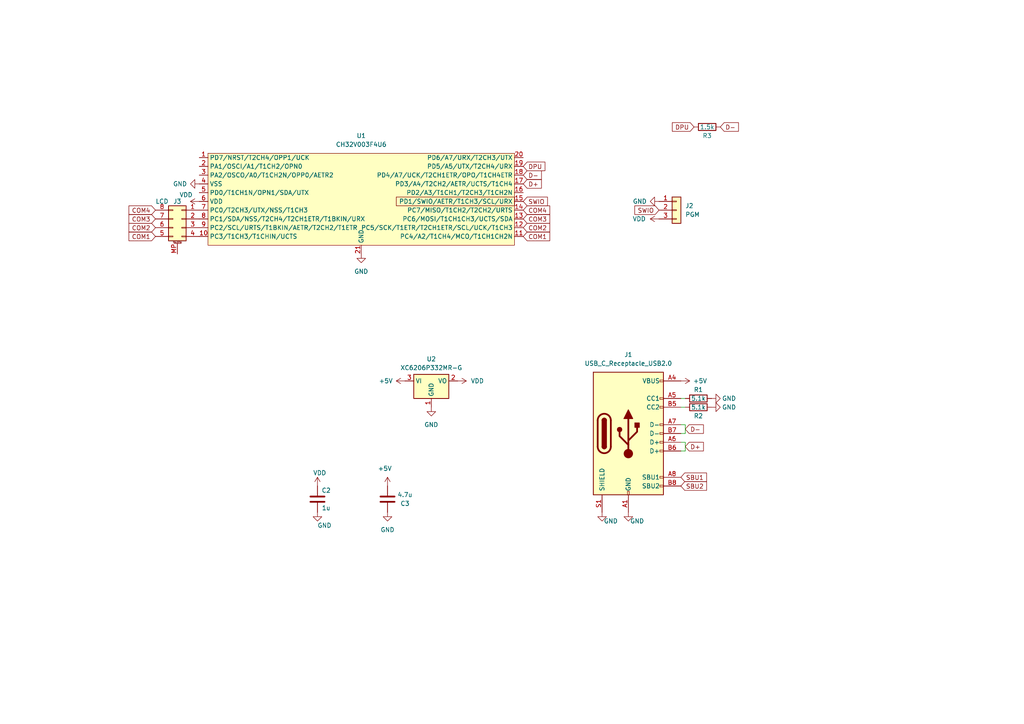
<source format=kicad_sch>
(kicad_sch (version 20230121) (generator eeschema)
  (paper "A4")
  (lib_symbols
    (symbol "CH32V003F4U6:CH32V003F4U6"
      (property "Reference" "U" (at 0 0 0))
      (property "Value" "CH32V003F4U6" (at 0 3.81 0))
      (symbol "CH32V003F4U6_0_1"
        (rectangle (start -44.45 12.7) (end 44.45 -13.97) (fill (type background)))
        (rectangle (start 10.16 0) (end 44.45 -2.54) (fill (type background)))
      )
      (symbol "CH32V003F4U6_1_1"
        (pin bidirectional line (at -46.99 11.43 0) (length 2.54) (name "PD7/NRST/T2CH4/OPP1/UCK") (number "1"))
        (pin bidirectional line (at -46.99 -11.43 0) (length 2.54) (name "PC3/T1CH3/T1CHIN/UCTS") (number "10"))
        (pin bidirectional line (at 46.99 -11.43 180) (length 2.54) (name "PC4/A2/T1CH4/MCO/T1CH1CH2N") (number "11"))
        (pin bidirectional line (at 46.99 -8.89 180) (length 2.54) (name "PC5/SCK/T1ETR/T2CH1ETR/SCL/UCK/T1CH3") (number "12"))
        (pin bidirectional line (at 46.99 -6.35 180) (length 2.54) (name "PC6/MOSI/T1CH1CH3/UCTS/SDA") (number "13"))
        (pin bidirectional line (at 46.99 -3.81 180) (length 2.54) (name "PC7/MISO/T1CH2/T2CH2/URTS") (number "14"))
        (pin bidirectional line (at 46.99 -1.27 180) (length 2.54) (name "PD1/SWIO/AETR/T1CH3/SCL/URX") (number "15"))
        (pin bidirectional line (at 46.99 1.27 180) (length 2.54) (name "PD2/A3/T1CH1/T2CH3/T1CH2N") (number "16"))
        (pin bidirectional line (at 46.99 3.81 180) (length 2.54) (name "PD3/A4/T2CH2/AETR/UCTS/T1CH4") (number "17"))
        (pin bidirectional line (at 46.99 6.35 180) (length 2.54) (name "PD4/A7/UCK/T2CH1ETR/OPO/T1CH4ETR") (number "18"))
        (pin bidirectional line (at 46.99 8.89 180) (length 2.54) (name "PD5/A5/UTX/T2CH4/URX") (number "19"))
        (pin bidirectional line (at -46.99 8.89 0) (length 2.54) (name "PA1/OSCI/A1/T1CH2/OPN0") (number "2"))
        (pin bidirectional line (at 46.99 11.43 180) (length 2.54) (name "PD6/A7/URX/T2CH3/UTX") (number "20"))
        (pin bidirectional line (at 0 -16.51 90) (length 2.54) (name "GND") (number "21"))
        (pin bidirectional line (at -46.99 6.35 0) (length 2.54) (name "PA2/OSCO/A0/T1CH2N/OPP0/AETR2") (number "3"))
        (pin bidirectional line (at -46.99 3.81 0) (length 2.54) (name "VSS") (number "4"))
        (pin bidirectional line (at -46.99 1.27 0) (length 2.54) (name "PD0/T1CH1N/OPN1/SDA/UTX") (number "5"))
        (pin bidirectional line (at -46.99 -1.27 0) (length 2.54) (name "VDD") (number "6"))
        (pin bidirectional line (at -46.99 -3.81 0) (length 2.54) (name "PC0/T2CH3/UTX/NSS/T1CH3") (number "7"))
        (pin bidirectional line (at -46.99 -6.35 0) (length 2.54) (name "PC1/SDA/NSS/T2CH4/T2CH1ETR/T1BKIN/URX") (number "8"))
        (pin bidirectional line (at -46.99 -8.89 0) (length 2.54) (name "PC2/SCL/URTS/T1BKIN/AETR/T2CH2/T1ETR") (number "9"))
      )
    )
    (symbol "Connector:USB_C_Receptacle_USB2.0" (pin_names (offset 1.016))
      (property "Reference" "J" (at -10.16 19.05 0))
      (property "Value" "USB_C_Receptacle_USB2.0" (at 19.05 19.05 0))
      (symbol "USB_C_Receptacle_USB2.0_0_0"
        (rectangle (start -0.254 -17.78) (end 0.254 -16.764))
        (rectangle (start 10.16 -14.986) (end 9.144 -15.494))
        (rectangle (start 10.16 -12.446) (end 9.144 -12.954))
        (rectangle (start 10.16 -4.826) (end 9.144 -5.334))
        (rectangle (start 10.16 -2.286) (end 9.144 -2.794))
        (rectangle (start 10.16 0.254) (end 9.144 -0.254))
        (rectangle (start 10.16 2.794) (end 9.144 2.286))
        (rectangle (start 10.16 7.874) (end 9.144 7.366))
        (rectangle (start 10.16 10.414) (end 9.144 9.906))
        (rectangle (start 10.16 15.494) (end 9.144 14.986))
      )
      (symbol "USB_C_Receptacle_USB2.0_0_1"
        (rectangle (start -10.16 17.78) (end 10.16 -17.78) (stroke (width 0.254)) (fill (type background)))
        (arc (start -8.89 -3.81) (mid -6.985 -5.7067) (end -5.08 -3.81) (stroke (width 0.508)))
        (arc (start -7.62 -3.81) (mid -6.985 -4.4423) (end -6.35 -3.81) (stroke (width 0.254)))
        (arc (start -7.62 -3.81) (mid -6.985 -4.4423) (end -6.35 -3.81) (stroke (width 0.254)) (fill (type outline)))
        (rectangle (start -7.62 -3.81) (end -6.35 3.81) (stroke (width 0.254)) (fill (type outline)))
        (arc (start -6.35 3.81) (mid -6.985 4.4423) (end -7.62 3.81) (stroke (width 0.254)))
        (arc (start -6.35 3.81) (mid -6.985 4.4423) (end -7.62 3.81) (stroke (width 0.254)) (fill (type outline)))
        (arc (start -5.08 3.81) (mid -6.985 5.7067) (end -8.89 3.81) (stroke (width 0.508)))
        (circle (center -2.54 1.143) (radius 0.635) (stroke (width 0.254)) (fill (type outline)))
        (circle (center 0 -5.842) (radius 1.27) (fill (type outline)))
        (polyline (pts (xy -8.89 -3.81) (xy -8.89 3.81)) (stroke (width 0.508)))
        (polyline (pts (xy -5.08 3.81) (xy -5.08 -3.81)) (stroke (width 0.508)))
        (polyline (pts (xy 0 -5.842) (xy 0 4.318)) (stroke (width 0.508)))
        (polyline (pts (xy 0 -3.302) (xy -2.54 -0.762) (xy -2.54 0.508)) (stroke (width 0.508)))
        (polyline (pts (xy 0 -2.032) (xy 2.54 0.508) (xy 2.54 1.778)) (stroke (width 0.508)))
        (polyline (pts (xy -1.27 4.318) (xy 0 6.858) (xy 1.27 4.318) (xy -1.27 4.318)) (stroke (width 0.254)) (fill (type outline)))
        (rectangle (start 1.905 1.778) (end 3.175 3.048) (stroke (width 0.254)) (fill (type outline)))
      )
      (symbol "USB_C_Receptacle_USB2.0_1_1"
        (pin passive line (at 0 -22.86 90) (length 5.08) (name "GND") (number "A1"))
        (pin passive line (at 0 -22.86 90) (length 5.08) hide (name "GND") (number "A12"))
        (pin passive line (at 15.24 15.24 180) (length 5.08) (name "VBUS") (number "A4"))
        (pin bidirectional line (at 15.24 10.16 180) (length 5.08) (name "CC1") (number "A5"))
        (pin bidirectional line (at 15.24 -2.54 180) (length 5.08) (name "D+") (number "A6"))
        (pin bidirectional line (at 15.24 2.54 180) (length 5.08) (name "D-") (number "A7"))
        (pin bidirectional line (at 15.24 -12.7 180) (length 5.08) (name "SBU1") (number "A8"))
        (pin passive line (at 15.24 15.24 180) (length 5.08) hide (name "VBUS") (number "A9"))
        (pin passive line (at 0 -22.86 90) (length 5.08) hide (name "GND") (number "B1"))
        (pin passive line (at 0 -22.86 90) (length 5.08) hide (name "GND") (number "B12"))
        (pin passive line (at 15.24 15.24 180) (length 5.08) hide (name "VBUS") (number "B4"))
        (pin bidirectional line (at 15.24 7.62 180) (length 5.08) (name "CC2") (number "B5"))
        (pin bidirectional line (at 15.24 -5.08 180) (length 5.08) (name "D+") (number "B6"))
        (pin bidirectional line (at 15.24 0 180) (length 5.08) (name "D-") (number "B7"))
        (pin bidirectional line (at 15.24 -15.24 180) (length 5.08) (name "SBU2") (number "B8"))
        (pin passive line (at 15.24 15.24 180) (length 5.08) hide (name "VBUS") (number "B9"))
        (pin passive line (at -7.62 -22.86 90) (length 5.08) (name "SHIELD") (number "S1"))
      )
    )
    (symbol "Connector_Generic:Conn_01x03" (pin_names (offset 1.016) hide)
      (property "Reference" "J" (at 0 5.08 0))
      (property "Value" "Conn_01x03" (at 0 -5.08 0))
      (symbol "Conn_01x03_1_1"
        (rectangle (start -1.27 -2.413) (end 0 -2.667) (stroke (width 0.1524)))
        (rectangle (start -1.27 0.127) (end 0 -0.127) (stroke (width 0.1524)))
        (rectangle (start -1.27 2.667) (end 0 2.413) (stroke (width 0.1524)))
        (rectangle (start -1.27 3.81) (end 1.27 -3.81) (stroke (width 0.254)) (fill (type background)))
        (pin passive line (at -5.08 2.54 0) (length 3.81) (name "Pin_1") (number "1"))
        (pin passive line (at -5.08 0 0) (length 3.81) (name "Pin_2") (number "2"))
        (pin passive line (at -5.08 -2.54 0) (length 3.81) (name "Pin_3") (number "3"))
      )
    )
    (symbol "Connector_Generic_MountingPin:Conn_02x04_Counter_Clockwise_MountingPin" (pin_names (offset 1.016) hide)
      (property "Reference" "J" (at 1.27 5.08 0))
      (property "Value" "Conn_02x04_Counter_Clockwise_MountingPin" (at 2.54 -7.62 0))
      (symbol "Conn_02x04_Counter_Clockwise_MountingPin_1_1"
        (rectangle (start -1.27 -4.953) (end 0 -5.207) (stroke (width 0.1524)))
        (rectangle (start -1.27 -2.413) (end 0 -2.667) (stroke (width 0.1524)))
        (rectangle (start -1.27 0.127) (end 0 -0.127) (stroke (width 0.1524)))
        (rectangle (start -1.27 2.667) (end 0 2.413) (stroke (width 0.1524)))
        (rectangle (start -1.27 3.81) (end 3.81 -6.35) (stroke (width 0.254)) (fill (type background)))
        (polyline (pts (xy 0.254 -7.112) (xy 2.286 -7.112)) (stroke (width 0.1524)))
        (rectangle (start 3.81 -4.953) (end 2.54 -5.207) (stroke (width 0.1524)))
        (rectangle (start 3.81 -2.413) (end 2.54 -2.667) (stroke (width 0.1524)))
        (rectangle (start 3.81 0.127) (end 2.54 -0.127) (stroke (width 0.1524)))
        (rectangle (start 3.81 2.667) (end 2.54 2.413) (stroke (width 0.1524)))
        (text "Mounting" (at 1.27 -6.731 0) (effects (font (size 0.381 0.381))))
        (pin passive line (at -5.08 2.54 0) (length 3.81) (name "Pin_1") (number "1"))
        (pin passive line (at -5.08 0 0) (length 3.81) (name "Pin_2") (number "2"))
        (pin passive line (at -5.08 -2.54 0) (length 3.81) (name "Pin_3") (number "3"))
        (pin passive line (at -5.08 -5.08 0) (length 3.81) (name "Pin_4") (number "4"))
        (pin passive line (at 7.62 -5.08 180) (length 3.81) (name "Pin_5") (number "5"))
        (pin passive line (at 7.62 -2.54 180) (length 3.81) (name "Pin_6") (number "6"))
        (pin passive line (at 7.62 0 180) (length 3.81) (name "Pin_7") (number "7"))
        (pin passive line (at 7.62 2.54 180) (length 3.81) (name "Pin_8") (number "8"))
        (pin passive line (at 1.27 -10.16 90) (length 3.048) (name "MountPin") (number "MP"))
      )
    )
    (symbol "Device:C" (pin_numbers hide) (pin_names (offset 0.254))
      (property "Reference" "C" (at 0.635 2.54 0))
      (property "Value" "C" (at 0.635 -2.54 0))
      (symbol "C_0_1"
        (polyline (pts (xy -2.032 -0.762) (xy 2.032 -0.762)) (stroke (width 0.508)))
        (polyline (pts (xy -2.032 0.762) (xy 2.032 0.762)) (stroke (width 0.508)))
      )
      (symbol "C_1_1"
        (pin passive line (at 0 3.81 270) (length 2.794) (name "~") (number "1"))
        (pin passive line (at 0 -3.81 90) (length 2.794) (name "~") (number "2"))
      )
    )
    (symbol "Device:R" (pin_numbers hide) (pin_names (offset 0))
      (property "Reference" "R" (at 2.032 0 90))
      (property "Value" "R" (at 0 0 90))
      (symbol "R_0_1"
        (rectangle (start -1.016 -2.54) (end 1.016 2.54) (stroke (width 0.254)))
      )
      (symbol "R_1_1"
        (pin passive line (at 0 3.81 270) (length 1.27) (name "~") (number "1"))
        (pin passive line (at 0 -3.81 90) (length 1.27) (name "~") (number "2"))
      )
    )
    (symbol "Regulator_Linear:LM1117S-3.3"
      (property "Reference" "U" (at -3.81 3.175 0))
      (property "Value" "LM1117S-3.3" (at 0 3.175 0))
      (symbol "LM1117S-3.3_0_1"
        (rectangle (start -5.08 -5.08) (end 5.08 1.905) (stroke (width 0.254)) (fill (type background)))
      )
      (symbol "LM1117S-3.3_1_1"
        (pin power_in line (at 0 -7.62 90) (length 2.54) (name "GND") (number "1"))
        (pin power_out line (at 7.62 0 180) (length 2.54) (name "VO") (number "2"))
        (pin power_in line (at -7.62 0 0) (length 2.54) (name "VI") (number "3"))
      )
    )
    (symbol "power:+5V" (power) (pin_names (offset 0))
      (property "Value" "+5V" (at 0 3.556 0))
      (symbol "+5V_0_1"
        (polyline (pts (xy -0.762 1.27) (xy 0 2.54)))
        (polyline (pts (xy 0 0) (xy 0 2.54)))
        (polyline (pts (xy 0 2.54) (xy 0.762 1.27)))
      )
      (symbol "+5V_1_1"
        (pin power_in line (at 0 0 90) (length 0) hide (name "+5V") (number "1"))
      )
    )
    (symbol "power:GND" (power) (pin_names (offset 0))
      (property "Value" "GND" (at 0 -3.81 0))
      (symbol "GND_0_1"
        (polyline (pts (xy 0 0) (xy 0 -1.27) (xy 1.27 -1.27) (xy 0 -2.54) (xy -1.27 -1.27) (xy 0 -1.27)))
      )
      (symbol "GND_1_1"
        (pin power_in line (at 0 0 270) (length 0) hide (name "GND") (number "1"))
      )
    )
    (symbol "power:VDD" (power) (pin_names (offset 0))
      (property "Value" "VDD" (at 0 3.81 0))
      (symbol "VDD_0_1"
        (polyline (pts (xy -0.762 1.27) (xy 0 2.54)))
        (polyline (pts (xy 0 0) (xy 0 2.54)))
        (polyline (pts (xy 0 2.54) (xy 0.762 1.27)))
      )
      (symbol "VDD_1_1"
        (pin power_in line (at 0 0 90) (length 0) hide (name "VDD") (number "1"))
      )
    )
  )
  (wire (pts (xy 198.755 128.27) (xy 198.755 130.81)))
  (wire (pts (xy 197.485 118.11) (xy 198.755 118.11)))
  (wire (pts (xy 198.755 123.19) (xy 197.485 123.19)))
  (wire (pts (xy 198.755 123.19) (xy 198.755 125.73)))
  (wire (pts (xy 197.485 115.57) (xy 198.755 115.57)))
  (wire (pts (xy 198.755 128.27) (xy 197.485 128.27)))
  (wire (pts (xy 197.485 125.73) (xy 198.755 125.73)))
  (wire (pts (xy 198.755 130.81) (xy 197.485 130.81)))
  (global_label "COM3" (shape input) (at 151.765 63.5 0) (property "Intersheetrefs" "${INTERSHEET_REFS}" (effects hide)))
  (global_label "SBU1" (shape input) (at 197.485 138.43 0) (property "Intersheetrefs" "${INTERSHEET_REFS}" (effects hide)))
  (global_label "DPU" (shape input) (at 151.765 48.26 0) (property "Intersheetrefs" "${INTERSHEET_REFS}" (effects hide)))
  (global_label "COM1" (shape input) (at 45.085 68.58 180) (property "Intersheetrefs" "${INTERSHEET_REFS}" (effects hide)))
  (global_label "COM3" (shape input) (at 45.085 63.5 180) (property "Intersheetrefs" "${INTERSHEET_REFS}" (effects hide)))
  (global_label "SWIO" (shape input) (at 191.135 60.96 180) (property "Intersheetrefs" "${INTERSHEET_REFS}" (effects hide)))
  (global_label "D-" (shape input) (at 208.915 36.83 0) (property "Intersheetrefs" "${INTERSHEET_REFS}" (effects hide)))
  (global_label "COM4" (shape input) (at 151.765 60.96 0) (property "Intersheetrefs" "${INTERSHEET_REFS}" (effects hide)))
  (global_label "D-" (shape input) (at 198.755 124.46 0) (property "Intersheetrefs" "${INTERSHEET_REFS}" (effects hide)))
  (global_label "SWIO" (shape input) (at 151.765 58.42 0) (property "Intersheetrefs" "${INTERSHEET_REFS}" (effects hide)))
  (global_label "DPU" (shape input) (at 201.295 36.83 180) (property "Intersheetrefs" "${INTERSHEET_REFS}" (effects hide)))
  (global_label "D-" (shape input) (at 151.765 50.8 0) (property "Intersheetrefs" "${INTERSHEET_REFS}" (effects hide)))
  (global_label "D+" (shape input) (at 198.755 129.54 0) (property "Intersheetrefs" "${INTERSHEET_REFS}" (effects hide)))
  (global_label "COM2" (shape input) (at 151.765 66.04 0) (property "Intersheetrefs" "${INTERSHEET_REFS}" (effects hide)))
  (global_label "SBU2" (shape input) (at 197.485 140.97 0) (property "Intersheetrefs" "${INTERSHEET_REFS}" (effects hide)))
  (global_label "COM1" (shape input) (at 151.765 68.58 0) (property "Intersheetrefs" "${INTERSHEET_REFS}" (effects hide)))
  (global_label "COM4" (shape input) (at 45.085 60.96 180) (property "Intersheetrefs" "${INTERSHEET_REFS}" (effects hide)))
  (global_label "D+" (shape input) (at 151.765 53.34 0) (property "Intersheetrefs" "${INTERSHEET_REFS}" (effects hide)))
  (global_label "COM2" (shape input) (at 45.085 66.04 180) (property "Intersheetrefs" "${INTERSHEET_REFS}" (effects hide)))
  (symbol (lib_id "power:GND") (at 174.625 148.59 0) (unit 1)
    (property "Reference" "#PWR013" (effects hide))
    (property "Value" "GND" (at 177.165 151.13 0))
  )
  (symbol (lib_id "power:VDD") (at 92.075 140.97 0) (unit 1)
    (property "Reference" "#PWR05" (effects hide))
    (property "Value" "VDD" (at 90.805 137.16 0) (effects (justify left)))
  )
  (symbol (lib_id "power:VDD") (at 191.135 63.5 90) (unit 1)
    (property "Reference" "#PWR016" (effects hide))
    (property "Value" "VDD" (at 187.325 63.4999 90) (effects (justify left)))
  )
  (symbol (lib_id "Regulator_Linear:LM1117S-3.3") (at 125.095 110.49 0) (unit 1)
    (property "Reference" "U2" (at 125.095 104.14 0))
    (property "Value" "XC6206P332MR-G" (at 125.095 106.68 0))
    (property "Footprint" "Package_TO_SOT_SMD:SOT-23" (effects hide))
    (property "Datasheet" "http://www.ti.com/lit/ds/symlink/lm1117.pdf" (effects hide))
    (property "LCSC" "C5446" (effects hide))
  )
  (symbol (lib_id "power:+5V") (at 112.395 140.97 0) (unit 1)
    (property "Reference" "#PWR08" (effects hide))
    (property "Value" "+5V" (at 113.665 135.89 0) (effects (justify right)))
  )
  (symbol (lib_id "power:GND") (at 125.095 118.11 0) (unit 1)
    (property "Reference" "#PWR011" (effects hide))
    (property "Value" "GND" (at 125.095 123.19 0))
  )
  (symbol (lib_id "Device:R") (at 202.565 118.11 90) (unit 1)
    (property "Reference" "R2" (at 202.565 120.65 90))
    (property "Value" "5.1k" (at 202.565 118.11 90))
    (property "Footprint" "Resistor_SMD:R_0402_1005Metric" (effects hide))
    (property "LCSC" "C25905" (effects hide))
  )
  (symbol (lib_id "power:GND") (at 182.245 148.59 0) (unit 1)
    (property "Reference" "#PWR014" (effects hide))
    (property "Value" "GND" (at 184.785 151.13 0))
  )
  (symbol (lib_id "Connector_Generic:Conn_01x03") (at 196.215 60.96 0) (unit 1)
    (property "Reference" "J2" (at 198.755 59.69 0) (effects (justify left)))
    (property "Value" "PGM" (at 198.755 62.23 0) (effects (justify left)))
    (property "Footprint" "Connector_PinHeader_2.54mm:PinHeader_1x03_P2.54mm_Vertical" (effects hide))
  )
  (symbol (lib_id "power:GND") (at 206.375 118.11 90) (unit 1)
    (property "Reference" "#PWR019" (effects hide))
    (property "Value" "GND" (at 211.455 118.11 90))
  )
  (symbol (lib_id "power:GND") (at 92.075 148.59 0) (unit 1)
    (property "Reference" "#PWR06" (effects hide))
    (property "Value" "GND" (at 92.075 152.4 0) (effects (justify left)))
  )
  (symbol (lib_id "power:+5V") (at 117.475 110.49 90) (unit 1)
    (property "Reference" "#PWR010" (effects hide))
    (property "Value" "+5V" (at 109.855 110.49 90) (effects (justify right)))
  )
  (symbol (lib_id "power:GND") (at 191.135 58.42 270) (unit 1)
    (property "Reference" "#PWR015" (effects hide))
    (property "Value" "GND" (at 183.515 58.42 90) (effects (justify left)))
  )
  (symbol (lib_id "power:GND") (at 112.395 148.59 0) (unit 1)
    (property "Reference" "#PWR09" (effects hide))
    (property "Value" "GND" (at 112.395 153.67 0))
  )
  (symbol (lib_id "power:GND") (at 206.375 115.57 90) (unit 1)
    (property "Reference" "#PWR018" (effects hide))
    (property "Value" "GND" (at 211.455 115.57 90))
  )
  (symbol (lib_id "power:GND") (at 104.775 73.66 0) (unit 1)
    (property "Reference" "#PWR07" (effects hide))
    (property "Value" "GND" (at 104.775 78.74 0))
  )
  (symbol (lib_id "Device:R") (at 205.105 36.83 90) (unit 1)
    (property "Reference" "R3" (at 205.105 39.37 90))
    (property "Value" "1.5k" (at 205.105 36.83 90))
    (property "Footprint" "Resistor_SMD:R_0402_1005Metric" (effects hide))
    (property "LCSC" "C25867" (effects hide))
  )
  (symbol (lib_id "power:GND") (at 57.785 53.34 270) (unit 1)
    (property "Reference" "#PWR01" (effects hide))
    (property "Value" "GND" (at 50.165 53.34 90) (effects (justify left)))
  )
  (symbol (lib_id "power:VDD") (at 57.785 58.42 90) (unit 1)
    (property "Reference" "#PWR02" (effects hide))
    (property "Value" "VDD" (at 55.88 56.515 90) (effects (justify left)))
  )
  (symbol (lib_id "Connector_Generic_MountingPin:Conn_02x04_Counter_Clockwise_MountingPin") (at 52.705 63.5 0) (mirror y) (unit 1)
    (property "Reference" "J3" (at 51.435 58.42 0))
    (property "Value" "LCD" (at 46.99 58.42 0))
    (property "Footprint" "cnhardware:TINY_LCD_2_DIGIT" (effects hide))
  )
  (symbol (lib_id "CH32V003F4U6:CH32V003F4U6") (at 104.775 57.15 0) (unit 1)
    (property "Reference" "U1" (at 104.775 39.37 0))
    (property "Value" "CH32V003F4U6" (at 104.775 41.91 0))
    (property "Footprint" "Package_DFN_QFN:QFN-20-1EP_3x3mm_P0.4mm_EP1.65x1.65mm" (effects hide))
    (property "LCSC" "C5299908" (effects hide))
  )
  (symbol (lib_id "Connector:USB_C_Receptacle_USB2.0") (at 182.245 125.73 0) (unit 1)
    (property "Reference" "J1" (at 182.245 102.87 0))
    (property "Value" "USB_C_Receptacle_USB2.0" (at 182.245 105.41 0))
    (property "Footprint" "cnhardware:USB_C_PADDLE" (effects hide))
    (property "Datasheet" "https://www.usb.org/sites/default/files/documents/usb_type-c.zip" (effects hide))
    (property "LCSC" "C2765186" (effects hide))
  )
  (symbol (lib_id "Device:C") (at 92.075 144.78 180) (unit 1)
    (property "Reference" "C2" (at 94.615 142.24 0))
    (property "Value" "1u" (at 94.615 147.32 0))
    (property "Footprint" "Resistor_SMD:R_0402_1005Metric" (effects hide))
    (property "LCSC" "C52923" (effects hide))
  )
  (symbol (lib_id "power:VDD") (at 132.715 110.49 270) (unit 1)
    (property "Reference" "#PWR012" (effects hide))
    (property "Value" "VDD" (at 136.525 110.49 90) (effects (justify left)))
  )
  (symbol (lib_id "Device:R") (at 202.565 115.57 90) (unit 1)
    (property "Reference" "R1" (at 202.565 113.03 90))
    (property "Value" "5.1k" (at 202.565 115.57 90))
    (property "Footprint" "Resistor_SMD:R_0402_1005Metric" (effects hide))
    (property "LCSC" "C25905" (effects hide))
  )
  (symbol (lib_id "Device:C") (at 112.395 144.78 180) (unit 1)
    (property "Reference" "C3" (at 117.475 146.05 0))
    (property "Value" "4.7u" (at 117.475 143.51 0))
    (property "Footprint" "Resistor_SMD:R_0402_1005Metric" (effects hide))
    (property "LCSC" "C368809" (effects hide))
  )
  (symbol (lib_id "power:+5V") (at 197.485 110.49 270) (unit 1)
    (property "Reference" "#PWR017" (effects hide))
    (property "Value" "+5V" (at 205.105 110.49 90) (effects (justify right)))
  )
)
</source>
